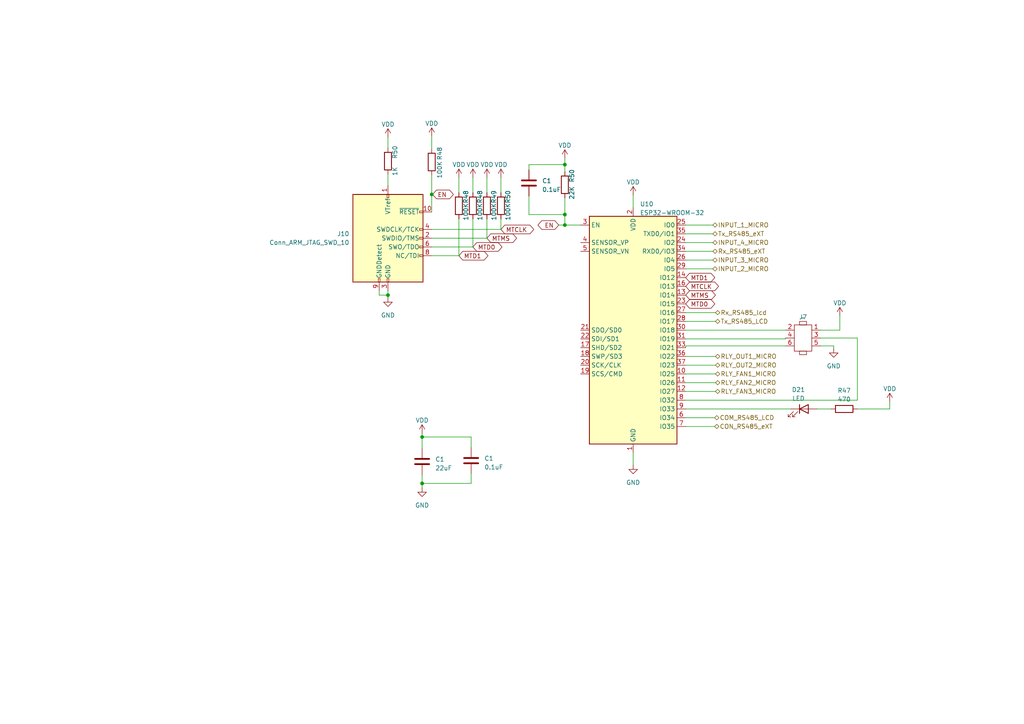
<source format=kicad_sch>
(kicad_sch (version 20230121) (generator eeschema)
  (paper "A4")
  (lib_symbols
    (symbol "Connector:Conn_ARM_JTAG_SWD_10" (pin_names (offset 1.016))
      (property "Reference" "J" (at -2.54 16.51 0))
      (property "Value" "Conn_ARM_JTAG_SWD_10" (at -2.54 13.97 0))
      (symbol "Conn_ARM_JTAG_SWD_10_0_1"
        (rectangle (start -10.16 12.7) (end 10.16 -12.7) (stroke (width 0.254)) (fill (type background)))
        (rectangle (start -2.794 -12.7) (end -2.286 -11.684))
        (rectangle (start -0.254 -12.7) (end 0.254 -11.684))
        (rectangle (start -0.254 12.7) (end 0.254 11.684))
        (rectangle (start 9.144 2.286) (end 10.16 2.794))
        (rectangle (start 10.16 -2.794) (end 9.144 -2.286))
        (rectangle (start 10.16 -0.254) (end 9.144 0.254))
        (rectangle (start 10.16 7.874) (end 9.144 7.366))
      )
      (symbol "Conn_ARM_JTAG_SWD_10_1_1"
        (rectangle (start 9.144 -5.334) (end 10.16 -4.826))
        (pin power_in line (at 0 15.24 270) (length 2.54) (name "VTref") (number "1"))
        (pin open_collector line (at 12.7 7.62 180) (length 2.54) (name "~{RESET}") (number "10"))
        (pin bidirectional line (at 12.7 0 180) (length 2.54) (name "SWDIO/TMS") (number "2"))
        (pin power_in line (at 0 -15.24 90) (length 2.54) (name "GND") (number "3"))
        (pin output line (at 12.7 2.54 180) (length 2.54) (name "SWDCLK/TCK") (number "4"))
        (pin passive line (at 0 -15.24 90) (length 2.54) hide (name "GND") (number "5"))
        (pin input line (at 12.7 -2.54 180) (length 2.54) (name "SWO/TDO") (number "6"))
        (pin no_connect line (at -10.16 0 0) (length 2.54) hide (name "KEY") (number "7"))
        (pin output line (at 12.7 -5.08 180) (length 2.54) (name "NC/TDI") (number "8"))
        (pin passive line (at -2.54 -15.24 90) (length 2.54) (name "GNDDetect") (number "9"))
      )
    )
    (symbol "Device:C" (pin_numbers hide) (pin_names (offset 0.254))
      (property "Reference" "C" (at 0.635 2.54 0))
      (property "Value" "C" (at 0.635 -2.54 0))
      (symbol "C_0_1"
        (polyline (pts (xy -2.032 -0.762) (xy 2.032 -0.762)) (stroke (width 0.508)))
        (polyline (pts (xy -2.032 0.762) (xy 2.032 0.762)) (stroke (width 0.508)))
      )
      (symbol "C_1_1"
        (pin passive line (at 0 3.81 270) (length 2.794) (name "~") (number "1"))
        (pin passive line (at 0 -3.81 90) (length 2.794) (name "~") (number "2"))
      )
    )
    (symbol "Device:LED" (pin_numbers hide) (pin_names (offset 1.016) hide)
      (property "Reference" "D" (at 0 2.54 0))
      (property "Value" "LED" (at 0 -2.54 0))
      (symbol "LED_0_1"
        (polyline (pts (xy -1.27 -1.27) (xy -1.27 1.27)) (stroke (width 0.254)))
        (polyline (pts (xy -1.27 0) (xy 1.27 0)))
        (polyline (pts (xy 1.27 -1.27) (xy 1.27 1.27) (xy -1.27 0) (xy 1.27 -1.27)) (stroke (width 0.254)))
        (polyline (pts (xy -3.048 -0.762) (xy -4.572 -2.286) (xy -3.81 -2.286) (xy -4.572 -2.286) (xy -4.572 -1.524)))
        (polyline (pts (xy -1.778 -0.762) (xy -3.302 -2.286) (xy -2.54 -2.286) (xy -3.302 -2.286) (xy -3.302 -1.524)))
      )
      (symbol "LED_1_1"
        (pin passive line (at -3.81 0 0) (length 2.54) (name "K") (number "1"))
        (pin passive line (at 3.81 0 180) (length 2.54) (name "A") (number "2"))
      )
    )
    (symbol "Device:R" (pin_numbers hide) (pin_names (offset 0))
      (property "Reference" "R" (at 2.032 0 90))
      (property "Value" "R" (at 0 0 90))
      (symbol "R_0_1"
        (rectangle (start -1.016 -2.54) (end 1.016 2.54) (stroke (width 0.254)))
      )
      (symbol "R_1_1"
        (pin passive line (at 0 3.81 270) (length 1.27) (name "~") (number "1"))
        (pin passive line (at 0 -3.81 90) (length 1.27) (name "~") (number "2"))
      )
    )
    (symbol "New_Library:HEADER6-POL"
      (property "Reference" "J" (at 0 0 0))
      (symbol "HEADER6-POL_0_1"
        (rectangle (start -2.54 -2.032) (end 2.54 -9.652))
        (rectangle (start -1.016 -9.652) (end 1.016 -10.668))
        (rectangle (start -1.016 -1.016) (end 1.016 -2.032))
      )
      (symbol "HEADER6-POL_1_1"
        (pin passive line (at 5.08 -3.556 180) (length 2.54) (name "") (number "1"))
        (pin passive line (at -5.08 -3.556 0) (length 2.54) (name "") (number "2"))
        (pin passive line (at 5.08 -5.842 180) (length 2.54) (name "") (number "3"))
        (pin passive line (at -5.08 -5.842 0) (length 2.54) (name "") (number "4"))
        (pin passive line (at 5.08 -8.128 180) (length 2.54) (name "") (number "5"))
        (pin passive line (at -5.08 -8.128 0) (length 2.54) (name "") (number "6"))
      )
    )
    (symbol "RF_Module:ESP32-WROOM-32"
      (property "Reference" "U" (at -12.7 34.29 0))
      (property "Value" "ESP32-WROOM-32" (at 1.27 34.29 0))
      (symbol "ESP32-WROOM-32_0_1"
        (rectangle (start -12.7 33.02) (end 12.7 -33.02) (stroke (width 0.254)) (fill (type background)))
      )
      (symbol "ESP32-WROOM-32_1_1"
        (pin power_in line (at 0 -35.56 90) (length 2.54) (name "GND") (number "1"))
        (pin bidirectional line (at 15.24 -12.7 180) (length 2.54) (name "IO25") (number "10"))
        (pin bidirectional line (at 15.24 -15.24 180) (length 2.54) (name "IO26") (number "11"))
        (pin bidirectional line (at 15.24 -17.78 180) (length 2.54) (name "IO27") (number "12"))
        (pin bidirectional line (at 15.24 10.16 180) (length 2.54) (name "IO14") (number "13"))
        (pin bidirectional line (at 15.24 15.24 180) (length 2.54) (name "IO12") (number "14"))
        (pin passive line (at 0 -35.56 90) (length 2.54) hide (name "GND") (number "15"))
        (pin bidirectional line (at 15.24 12.7 180) (length 2.54) (name "IO13") (number "16"))
        (pin bidirectional line (at -15.24 -5.08 0) (length 2.54) (name "SHD/SD2") (number "17"))
        (pin bidirectional line (at -15.24 -7.62 0) (length 2.54) (name "SWP/SD3") (number "18"))
        (pin bidirectional line (at -15.24 -12.7 0) (length 2.54) (name "SCS/CMD") (number "19"))
        (pin power_in line (at 0 35.56 270) (length 2.54) (name "VDD") (number "2"))
        (pin bidirectional line (at -15.24 -10.16 0) (length 2.54) (name "SCK/CLK") (number "20"))
        (pin bidirectional line (at -15.24 0 0) (length 2.54) (name "SDO/SD0") (number "21"))
        (pin bidirectional line (at -15.24 -2.54 0) (length 2.54) (name "SDI/SD1") (number "22"))
        (pin bidirectional line (at 15.24 7.62 180) (length 2.54) (name "IO15") (number "23"))
        (pin bidirectional line (at 15.24 25.4 180) (length 2.54) (name "IO2") (number "24"))
        (pin bidirectional line (at 15.24 30.48 180) (length 2.54) (name "IO0") (number "25"))
        (pin bidirectional line (at 15.24 20.32 180) (length 2.54) (name "IO4") (number "26"))
        (pin bidirectional line (at 15.24 5.08 180) (length 2.54) (name "IO16") (number "27"))
        (pin bidirectional line (at 15.24 2.54 180) (length 2.54) (name "IO17") (number "28"))
        (pin bidirectional line (at 15.24 17.78 180) (length 2.54) (name "IO5") (number "29"))
        (pin input line (at -15.24 30.48 0) (length 2.54) (name "EN") (number "3"))
        (pin bidirectional line (at 15.24 0 180) (length 2.54) (name "IO18") (number "30"))
        (pin bidirectional line (at 15.24 -2.54 180) (length 2.54) (name "IO19") (number "31"))
        (pin no_connect line (at -12.7 -27.94 0) (length 2.54) hide (name "NC") (number "32"))
        (pin bidirectional line (at 15.24 -5.08 180) (length 2.54) (name "IO21") (number "33"))
        (pin bidirectional line (at 15.24 22.86 180) (length 2.54) (name "RXD0/IO3") (number "34"))
        (pin bidirectional line (at 15.24 27.94 180) (length 2.54) (name "TXD0/IO1") (number "35"))
        (pin bidirectional line (at 15.24 -7.62 180) (length 2.54) (name "IO22") (number "36"))
        (pin bidirectional line (at 15.24 -10.16 180) (length 2.54) (name "IO23") (number "37"))
        (pin passive line (at 0 -35.56 90) (length 2.54) hide (name "GND") (number "38"))
        (pin passive line (at 0 -35.56 90) (length 2.54) hide (name "GND") (number "39"))
        (pin input line (at -15.24 25.4 0) (length 2.54) (name "SENSOR_VP") (number "4"))
        (pin input line (at -15.24 22.86 0) (length 2.54) (name "SENSOR_VN") (number "5"))
        (pin input line (at 15.24 -25.4 180) (length 2.54) (name "IO34") (number "6"))
        (pin input line (at 15.24 -27.94 180) (length 2.54) (name "IO35") (number "7"))
        (pin bidirectional line (at 15.24 -20.32 180) (length 2.54) (name "IO32") (number "8"))
        (pin bidirectional line (at 15.24 -22.86 180) (length 2.54) (name "IO33") (number "9"))
      )
    )
    (symbol "power:GND" (power) (pin_names (offset 0))
      (property "Value" "GND" (at 0 -3.81 0))
      (symbol "GND_0_1"
        (polyline (pts (xy 0 0) (xy 0 -1.27) (xy 1.27 -1.27) (xy 0 -2.54) (xy -1.27 -1.27) (xy 0 -1.27)))
      )
      (symbol "GND_1_1"
        (pin power_in line (at 0 0 270) (length 0) hide (name "GND") (number "1"))
      )
    )
    (symbol "power:VDD" (power) (pin_names (offset 0))
      (property "Value" "VDD" (at 0 3.81 0))
      (symbol "VDD_0_1"
        (polyline (pts (xy -0.762 1.27) (xy 0 2.54)))
        (polyline (pts (xy 0 0) (xy 0 2.54)))
        (polyline (pts (xy 0 2.54) (xy 0.762 1.27)))
      )
      (symbol "VDD_1_1"
        (pin power_in line (at 0 0 90) (length 0) hide (name "VDD") (number "1"))
      )
    )
  )
  (junction (at 112.522 85.598))
  (junction (at 163.83 62.23))
  (junction (at 122.428 126.746))
  (junction (at 122.428 140.208))
  (junction (at 163.83 65.278))
  (junction (at 125.222 56.388))
  (junction (at 163.83 47.752))
  (wire (pts (xy 122.428 141.478) (xy 122.428 140.208)))
  (wire (pts (xy 137.16 51.562) (xy 137.16 55.88)))
  (wire (pts (xy 112.522 85.598) (xy 112.522 84.328)))
  (wire (pts (xy 237.998 98.044) (xy 248.666 98.044)))
  (wire (pts (xy 227.838 100.33) (xy 198.882 100.33)))
  (wire (pts (xy 145.288 51.562) (xy 145.288 55.88)))
  (wire (pts (xy 206.756 77.978) (xy 198.882 77.978)))
  (wire (pts (xy 206.756 70.358) (xy 198.882 70.358)))
  (wire (pts (xy 153.416 49.276) (xy 153.416 47.752)))
  (wire (pts (xy 198.882 98.298) (xy 227.838 98.298)))
  (wire (pts (xy 162.052 65.278) (xy 163.83 65.278)))
  (wire (pts (xy 145.288 63.5) (xy 145.288 66.548)))
  (wire (pts (xy 258.064 116.586) (xy 258.064 118.618)))
  (wire (pts (xy 153.416 47.752) (xy 163.83 47.752)))
  (wire (pts (xy 236.982 118.618) (xy 241.046 118.618)))
  (wire (pts (xy 141.224 51.562) (xy 141.224 55.88)))
  (wire (pts (xy 183.642 56.642) (xy 183.642 60.198)))
  (wire (pts (xy 163.83 57.404) (xy 163.83 62.23)))
  (wire (pts (xy 198.882 110.998) (xy 207.518 110.998)))
  (wire (pts (xy 237.998 95.758) (xy 243.586 95.758)))
  (wire (pts (xy 207.264 121.158) (xy 198.882 121.158)))
  (wire (pts (xy 198.882 72.898) (xy 206.756 72.898)))
  (wire (pts (xy 141.224 63.5) (xy 141.224 69.088)))
  (wire (pts (xy 137.16 63.5) (xy 137.16 71.628)))
  (wire (pts (xy 243.586 91.694) (xy 243.586 95.758)))
  (wire (pts (xy 122.428 130.048) (xy 122.428 126.746)))
  (wire (pts (xy 145.288 66.548) (xy 125.222 66.548)))
  (wire (pts (xy 163.83 47.752) (xy 163.83 49.784)))
  (wire (pts (xy 136.652 137.414) (xy 136.652 140.208)))
  (wire (pts (xy 133.096 74.168) (xy 125.222 74.168)))
  (wire (pts (xy 136.652 140.208) (xy 122.428 140.208)))
  (wire (pts (xy 207.518 113.538) (xy 198.882 113.538)))
  (wire (pts (xy 163.83 45.974) (xy 163.83 47.752)))
  (wire (pts (xy 153.416 56.896) (xy 153.416 62.23)))
  (wire (pts (xy 153.416 62.23) (xy 163.83 62.23)))
  (wire (pts (xy 248.666 98.044) (xy 248.666 116.078)))
  (wire (pts (xy 241.808 101.092) (xy 241.808 100.33)))
  (wire (pts (xy 241.808 100.33) (xy 237.998 100.33)))
  (wire (pts (xy 112.522 86.36) (xy 112.522 85.598)))
  (wire (pts (xy 198.882 123.698) (xy 207.264 123.698)))
  (wire (pts (xy 248.666 118.618) (xy 258.064 118.618)))
  (wire (pts (xy 163.83 62.23) (xy 163.83 65.278)))
  (wire (pts (xy 133.096 51.562) (xy 133.096 55.88)))
  (wire (pts (xy 125.222 50.8) (xy 125.222 56.388)))
  (wire (pts (xy 206.756 65.278) (xy 198.882 65.278)))
  (wire (pts (xy 125.476 56.388) (xy 125.222 56.388)))
  (wire (pts (xy 112.522 39.878) (xy 112.522 42.926)))
  (wire (pts (xy 125.222 71.628) (xy 137.16 71.628)))
  (wire (pts (xy 207.518 108.458) (xy 198.882 108.458)))
  (wire (pts (xy 125.222 56.388) (xy 125.222 61.468)))
  (wire (pts (xy 198.882 90.678) (xy 207.518 90.678)))
  (wire (pts (xy 207.518 93.218) (xy 198.882 93.218)))
  (wire (pts (xy 183.642 131.318) (xy 183.642 134.874)))
  (wire (pts (xy 122.428 125.73) (xy 122.428 126.746)))
  (wire (pts (xy 163.83 65.278) (xy 168.402 65.278)))
  (wire (pts (xy 133.096 63.5) (xy 133.096 74.168)))
  (wire (pts (xy 125.222 39.624) (xy 125.222 43.18)))
  (wire (pts (xy 122.428 140.208) (xy 122.428 137.668)))
  (wire (pts (xy 206.756 75.438) (xy 198.882 75.438)))
  (wire (pts (xy 198.882 100.33) (xy 198.882 100.838)))
  (wire (pts (xy 227.838 98.044) (xy 227.838 98.298)))
  (wire (pts (xy 248.666 116.078) (xy 198.882 116.078)))
  (wire (pts (xy 227.838 95.758) (xy 198.882 95.758)))
  (wire (pts (xy 122.428 126.746) (xy 136.652 126.746)))
  (wire (pts (xy 141.224 69.088) (xy 125.222 69.088)))
  (wire (pts (xy 109.982 85.598) (xy 112.522 85.598)))
  (wire (pts (xy 112.522 50.546) (xy 112.522 53.848)))
  (wire (pts (xy 198.882 67.818) (xy 206.756 67.818)))
  (wire (pts (xy 198.882 105.918) (xy 207.518 105.918)))
  (wire (pts (xy 198.882 118.618) (xy 229.362 118.618)))
  (wire (pts (xy 136.652 126.746) (xy 136.652 129.794)))
  (wire (pts (xy 198.882 103.378) (xy 207.518 103.378)))
  (wire (pts (xy 109.982 84.328) (xy 109.982 85.598)))
  (global_label "MTCLK" (shape bidirectional) (at 145.288 66.548 0) (property "Intersheetrefs" "${INTERSHEET_REFS}" (effects hide)))
  (global_label "MTMS" (shape bidirectional) (at 198.882 85.598 0) (property "Intersheetrefs" "${INTERSHEET_REFS}" (effects hide)))
  (global_label "MTD1" (shape bidirectional) (at 198.882 80.518 0) (property "Intersheetrefs" "${INTERSHEET_REFS}" (effects hide)))
  (global_label "MTCLK" (shape bidirectional) (at 198.882 83.058 0) (property "Intersheetrefs" "${INTERSHEET_REFS}" (effects hide)))
  (global_label "MTD1" (shape bidirectional) (at 133.096 74.168 0) (property "Intersheetrefs" "${INTERSHEET_REFS}" (effects hide)))
  (global_label "MTD0" (shape bidirectional) (at 198.882 88.138 0) (property "Intersheetrefs" "${INTERSHEET_REFS}" (effects hide)))
  (global_label "MTMS" (shape bidirectional) (at 141.224 69.088 0) (property "Intersheetrefs" "${INTERSHEET_REFS}" (effects hide)))
  (global_label "EN" (shape bidirectional) (at 162.052 65.278 180) (property "Intersheetrefs" "${INTERSHEET_REFS}" (effects hide)))
  (global_label "EN" (shape bidirectional) (at 125.476 56.388 0) (property "Intersheetrefs" "${INTERSHEET_REFS}" (effects hide)))
  (global_label "MTD0" (shape bidirectional) (at 137.16 71.628 0) (property "Intersheetrefs" "${INTERSHEET_REFS}" (effects hide)))
  (hierarchical_label "COM_RS485_LCD" (shape bidirectional) (at 207.264 121.158 0))
  (hierarchical_label "INPUT_2_MICRO" (shape bidirectional) (at 206.756 77.978 0))
  (hierarchical_label "RLY_FAN3_MICRO" (shape bidirectional) (at 207.518 113.538 0))
  (hierarchical_label "INPUT_4_MICRO" (shape bidirectional) (at 206.756 70.358 0))
  (hierarchical_label "Rx_RS485_eXT" (shape bidirectional) (at 206.756 72.898 0))
  (hierarchical_label "Tx_RS485_LCD" (shape bidirectional) (at 207.518 93.218 0))
  (hierarchical_label "Tx_RS485_eXT" (shape bidirectional) (at 206.756 67.818 0))
  (hierarchical_label "RLY_FAN2_MICRO" (shape bidirectional) (at 207.518 110.998 0))
  (hierarchical_label "Rx_RS485_lcd" (shape bidirectional) (at 207.518 90.678 0))
  (hierarchical_label "INPUT_1_MICRO" (shape bidirectional) (at 206.756 65.278 0))
  (hierarchical_label "RLY_OUT1_MICRO" (shape bidirectional) (at 207.518 103.378 0))
  (hierarchical_label "INPUT_3_MICRO" (shape bidirectional) (at 206.756 75.438 0))
  (hierarchical_label "CON_RS485_eXT" (shape bidirectional) (at 207.264 123.698 0))
  (hierarchical_label "RLY_OUT2_MICRO" (shape bidirectional) (at 207.518 105.918 0))
  (hierarchical_label "RLY_FAN1_MICRO" (shape bidirectional) (at 207.518 108.458 0))
  (symbol (lib_id "Device:C") (at 122.428 133.858 0) (unit 1)
    (property "Reference" "C1" (at 126.238 133.223 0) (effects (justify left)))
    (property "Value" "22uF" (at 126.238 135.763 0) (effects (justify left)))
    (property "Footprint" "Capacitor_SMD:C_0805_2012Metric" (effects hide))
    (instances (project "RoomLink" (path "" (reference "C1") (unit 1))) (project "Practica" (path "" (reference "C1") (unit 1)) (path "" (reference "C12") (unit 1))))
  )
  (symbol (lib_id "Device:R") (at 125.222 46.99 0) (unit 1)
    (property "Reference" "R48" (at 127.508 46.482 90) (effects (justify left)))
    (property "Value" "100K" (at 127.508 51.816 90) (effects (justify left)))
    (property "Footprint" "Resistor_SMD:R_0805_2012Metric" (effects hide))
    (instances (project "RoomLink" (path "" (reference "R48") (unit 1))) (project "Practica" (path "" (reference "R43") (unit 1))))
  )
  (symbol (lib_id "power:VDD") (at 125.222 39.624 0) (unit 1)
    (property "Reference" "#PWR014" (effects hide))
    (property "Value" "VDD" (at 125.222 35.814 0))
    (instances (project "RoomLink" (path "" (reference "#PWR014") (unit 1)) (path "" (reference "#PWR064") (unit 1))) (project "Practica" (path "" (reference "#PWR081") (unit 1))))
  )
  (symbol (lib_id "power:VDD") (at 243.586 91.694 0) (unit 1)
    (property "Reference" "#PWR014" (effects hide))
    (property "Value" "VDD" (at 243.586 87.884 0))
    (instances (project "RoomLink" (path "" (reference "#PWR014") (unit 1)) (path "" (reference "#PWR070") (unit 1))) (project "Practica" (path "" (reference "#PWR069") (unit 1))))
  )
  (symbol (lib_id "Device:R") (at 244.856 118.618 90) (unit 1)
    (property "Reference" "R47" (at 244.856 113.284 90))
    (property "Value" "470" (at 244.856 115.824 90))
    (property "Footprint" "Resistor_SMD:R_0805_2012Metric" (effects hide))
    (instances (project "RoomLink" (path "" (reference "R47") (unit 1))) (project "Practica" (path "" (reference "R40") (unit 1))))
  )
  (symbol (lib_id "power:VDD") (at 137.16 51.562 0) (unit 1)
    (property "Reference" "#PWR014" (effects hide))
    (property "Value" "VDD" (at 137.16 47.752 0))
    (instances (project "RoomLink" (path "" (reference "#PWR014") (unit 1)) (path "" (reference "#PWR064") (unit 1))) (project "Practica" (path "" (reference "#PWR065") (unit 1))))
  )
  (symbol (lib_id "Connector:Conn_ARM_JTAG_SWD_10") (at 112.522 69.088 0) (unit 1)
    (property "Reference" "J10" (at 101.346 67.818 0) (effects (justify right)))
    (property "Value" "Conn_ARM_JTAG_SWD_10" (at 101.346 70.358 0) (effects (justify right)))
    (property "Datasheet" "http://infocenter.arm.com/help/topic/com.arm.doc.ddi0314h/DDI0314H_coresight_components_trm.pdf" (effects hide))
  )
  (symbol (lib_id "Device:R") (at 141.224 59.69 0) (unit 1)
    (property "Reference" "R49" (at 143.256 59.055 90) (effects (justify left)))
    (property "Value" "100K" (at 143.256 64.008 90) (effects (justify left)))
    (property "Footprint" "Resistor_SMD:R_0805_2012Metric" (effects hide))
    (instances (project "RoomLink" (path "" (reference "R49") (unit 1))) (project "Practica" (path "" (reference "R37") (unit 1))))
  )
  (symbol (lib_id "power:GND") (at 112.522 86.36 0) (unit 1)
    (property "Reference" "#PWR071" (effects hide))
    (property "Value" "GND" (at 112.522 91.44 0))
    (instances (project "RoomLink" (path "" (reference "#PWR071") (unit 1))) (project "Practica" (path "" (reference "#PWR079") (unit 1))))
  )
  (symbol (lib_id "Device:R") (at 145.288 59.69 0) (unit 1)
    (property "Reference" "R50" (at 147.32 59.055 90) (effects (justify left)))
    (property "Value" "100K" (at 147.32 64.008 90) (effects (justify left)))
    (property "Footprint" "Resistor_SMD:R_0805_2012Metric" (effects hide))
    (instances (project "RoomLink" (path "" (reference "R50") (unit 1))) (project "Practica" (path "" (reference "R38") (unit 1))))
  )
  (symbol (lib_id "Device:C") (at 153.416 53.086 0) (unit 1)
    (property "Reference" "C1" (at 157.226 52.451 0) (effects (justify left)))
    (property "Value" "0.1uF" (at 157.226 54.991 0) (effects (justify left)))
    (property "Footprint" "Capacitor_SMD:C_0805_2012Metric" (effects hide))
    (instances (project "RoomLink" (path "" (reference "C1") (unit 1))) (project "Practica" (path "" (reference "C1") (unit 1)) (path "" (reference "C10") (unit 1))))
  )
  (symbol (lib_id "Device:R") (at 133.096 59.69 0) (unit 1)
    (property "Reference" "R48" (at 135.128 59.055 90) (effects (justify left)))
    (property "Value" "100K" (at 135.128 64.008 90) (effects (justify left)))
    (property "Footprint" "Resistor_SMD:R_0805_2012Metric" (effects hide))
    (instances (project "RoomLink" (path "" (reference "R48") (unit 1))) (project "Practica" (path "" (reference "R44") (unit 1))))
  )
  (symbol (lib_id "Device:LED") (at 233.172 118.618 0) (unit 1)
    (property "Reference" "D21" (at 231.5845 113.03 0))
    (property "Value" "LED" (at 231.5845 115.57 0))
    (property "Footprint" "Diode_SMD:D_0805_2012Metric" (effects hide))
  )
  (symbol (lib_id "Device:C") (at 136.652 133.604 0) (unit 1)
    (property "Reference" "C1" (at 140.462 132.969 0) (effects (justify left)))
    (property "Value" "0.1uF" (at 140.462 135.509 0) (effects (justify left)))
    (property "Footprint" "Capacitor_SMD:C_0805_2012Metric" (effects hide))
    (instances (project "RoomLink" (path "" (reference "C1") (unit 1))) (project "Practica" (path "" (reference "C1") (unit 1)) (path "" (reference "C11") (unit 1))))
  )
  (symbol (lib_id "power:VDD") (at 163.83 45.974 0) (unit 1)
    (property "Reference" "#PWR014" (effects hide))
    (property "Value" "VDD" (at 163.83 42.164 0))
    (instances (project "RoomLink" (path "" (reference "#PWR014") (unit 1)) (path "" (reference "#PWR068") (unit 1))) (project "Practica" (path "" (reference "#PWR077") (unit 1))))
  )
  (symbol (lib_id "Device:R") (at 112.522 46.736 0) (unit 1)
    (property "Reference" "R50" (at 114.554 46.101 90) (effects (justify left)))
    (property "Value" "1K" (at 114.554 51.054 90) (effects (justify left)))
    (property "Footprint" "Resistor_SMD:R_0805_2012Metric" (effects hide))
    (instances (project "RoomLink" (path "" (reference "R50") (unit 1))) (project "Practica" (path "" (reference "R42") (unit 1))))
  )
  (symbol (lib_id "power:GND") (at 122.428 141.478 0) (unit 1)
    (property "Reference" "#PWR071" (effects hide))
    (property "Value" "GND" (at 122.428 146.558 0))
    (instances (project "RoomLink" (path "" (reference "#PWR071") (unit 1))) (project "Practica" (path "" (reference "#PWR076") (unit 1))))
  )
  (symbol (lib_id "RF_Module:ESP32-WROOM-32") (at 183.642 95.758 0) (unit 1)
    (property "Reference" "U10" (at 185.5979 59.182 0) (effects (justify left)))
    (property "Value" "ESP32-WROOM-32" (at 185.5979 61.722 0) (effects (justify left)))
    (property "Footprint" "RF_Module:ESP32-WROOM-32" (effects hide))
    (property "Datasheet" "https://www.espressif.com/sites/default/files/documentation/esp32-wroom-32_datasheet_en.pdf" (effects hide))
    (instances (project "RoomLink" (path "" (reference "U10") (unit 1))) (project "Practica" (path "" (reference "U11") (unit 1))))
  )
  (symbol (lib_id "power:VDD") (at 122.428 125.73 0) (unit 1)
    (property "Reference" "#PWR014" (effects hide))
    (property "Value" "VDD" (at 122.428 121.92 0))
    (instances (project "RoomLink" (path "" (reference "#PWR014") (unit 1)) (path "" (reference "#PWR068") (unit 1))) (project "Practica" (path "" (reference "#PWR078") (unit 1))))
  )
  (symbol (lib_id "power:VDD") (at 141.224 51.562 0) (unit 1)
    (property "Reference" "#PWR014" (effects hide))
    (property "Value" "VDD" (at 141.224 47.752 0))
    (instances (project "RoomLink" (path "" (reference "#PWR014") (unit 1)) (path "" (reference "#PWR065") (unit 1))) (project "Practica" (path "" (reference "#PWR066") (unit 1))))
  )
  (symbol (lib_id "power:VDD") (at 258.064 116.586 0) (unit 1)
    (property "Reference" "#PWR014" (effects hide))
    (property "Value" "VDD" (at 258.064 112.776 0))
    (instances (project "RoomLink" (path "" (reference "#PWR014") (unit 1)) (path "" (reference "#PWR074") (unit 1))) (project "Practica" (path "" (reference "#PWR073") (unit 1))))
  )
  (symbol (lib_id "power:VDD") (at 112.522 39.878 0) (unit 1)
    (property "Reference" "#PWR014" (effects hide))
    (property "Value" "VDD" (at 112.522 36.068 0))
    (instances (project "RoomLink" (path "" (reference "#PWR014") (unit 1)) (path "" (reference "#PWR068") (unit 1))) (project "Practica" (path "" (reference "#PWR080") (unit 1))))
  )
  (symbol (lib_id "power:GND") (at 241.808 101.092 0) (unit 1)
    (property "Reference" "#PWR075" (effects hide))
    (property "Value" "GND" (at 241.808 106.172 0))
    (instances (project "RoomLink" (path "" (reference "#PWR075") (unit 1))) (project "Practica" (path "" (reference "#PWR068") (unit 1))))
  )
  (symbol (lib_id "power:VDD") (at 133.096 51.562 0) (unit 1)
    (property "Reference" "#PWR014" (effects hide))
    (property "Value" "VDD" (at 133.096 47.752 0))
    (instances (project "RoomLink" (path "" (reference "#PWR014") (unit 1)) (path "" (reference "#PWR064") (unit 1))) (project "Practica" (path "" (reference "#PWR082") (unit 1))))
  )
  (symbol (lib_id "power:VDD") (at 183.642 56.642 0) (unit 1)
    (property "Reference" "#PWR014" (effects hide))
    (property "Value" "VDD" (at 183.642 52.832 0))
    (instances (project "RoomLink" (path "" (reference "#PWR014") (unit 1)) (path "" (reference "#PWR068") (unit 1))) (project "Practica" (path "" (reference "#PWR070") (unit 1))))
  )
  (symbol (lib_id "Device:R") (at 163.83 53.594 0) (unit 1)
    (property "Reference" "R50" (at 165.862 52.959 90) (effects (justify left)))
    (property "Value" "22K" (at 165.862 57.912 90) (effects (justify left)))
    (property "Footprint" "Resistor_SMD:R_0805_2012Metric" (effects hide))
    (instances (project "RoomLink" (path "" (reference "R50") (unit 1))) (project "Practica" (path "" (reference "R41") (unit 1))))
  )
  (symbol (lib_id "power:VDD") (at 145.288 51.562 0) (unit 1)
    (property "Reference" "#PWR014" (effects hide))
    (property "Value" "VDD" (at 145.288 47.752 0))
    (instances (project "RoomLink" (path "" (reference "#PWR014") (unit 1)) (path "" (reference "#PWR066") (unit 1))) (project "Practica" (path "" (reference "#PWR067") (unit 1))))
  )
  (symbol (lib_id "New_Library:HEADER6-POL") (at 232.918 92.202 0) (unit 1)
    (property "Reference" "J7" (at 232.918 91.948 0))
    (property "Value" "~" (at 232.918 92.202 0))
    (property "Footprint" "Connector_PinHeader_2.54mm:PinHeader_2x03_P2.54mm_Vertical" (effects hide))
    (instances (project "RoomLink" (path "" (reference "J7") (unit 1))) (project "Practica" (path "" (reference "J8") (unit 1))))
  )
  (symbol (lib_id "Device:R") (at 137.16 59.69 0) (unit 1)
    (property "Reference" "R48" (at 139.192 59.055 90) (effects (justify left)))
    (property "Value" "100K" (at 139.192 64.008 90) (effects (justify left)))
    (property "Footprint" "Resistor_SMD:R_0805_2012Metric" (effects hide))
    (instances (project "RoomLink" (path "" (reference "R48") (unit 1))) (project "Practica" (path "" (reference "R36") (unit 1))))
  )
  (symbol (lib_id "power:GND") (at 183.642 134.874 0) (unit 1)
    (property "Reference" "#PWR071" (effects hide))
    (property "Value" "GND" (at 183.642 139.954 0))
  )
)
</source>
